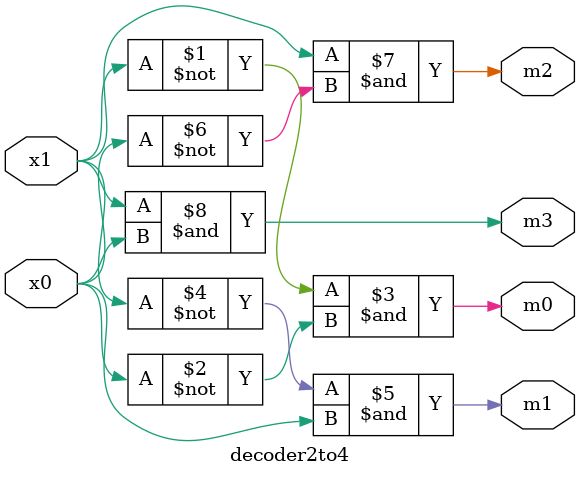
<source format=v>
module decoder2to4(
  input x1, x0,
  output m0, m1, m2, m3
);


assign m0 = ~x1 & ~x0;
assign m1 = ~x1 & x0;
assign m2 = x1 & ~x0;
assign m3 = x1 & x0;
endmodule
</source>
